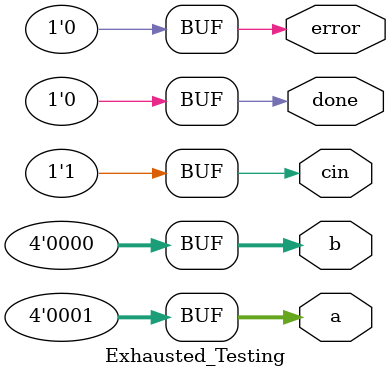
<source format=v>
`timescale 1ns/1ps

module Exhausted_Testing(a, b, cin, error, done);
output [4-1:0] a, b;
output cin;
output error;
output done;

// input signal to the test instance.
reg [4-1:0] a = 4'b0000;
reg [4-1:0] b = 4'b0000;
reg cin = 1'b0;

// initial value for the done and error indicator: not done, no error
reg done = 1'b0;
reg error = 1'b0;


// output from the test instance.
wire [4-1:0] sum;
wire cout;

// instantiate the test instance.
Ripple_Carry_Adder rca(
    .a (a), 
    .b (b), 
    .cin (cin),
    .cout (cout),
    .sum (sum)
);

initial begin
    // design you test pattern here.
    // Remember to set the input pattern to the test instance every 5 nanasecond
    // Check the output and set the `error` signal accordingly 1 nanosecond after new input is set.
    // Also set the done signal to 1'b1 5 nanoseconds after the test is finished.
    // Example:
    // setting the input
    // a = 4'b0000;
    // b = 4'b0000;
    // cin = 1'b0;
    // check the output
    // #1
    // check_output;
    // #4
    // setting another input
    // a = 4'b0001;
    // b = 4'b0000;
    // cin = 1'b0;
    //.....
    // #4
    // The last input pattern
    // a = 4'b1111;
    // b = 4'b1111;
    // cin = 1'b1;
    // #1
    // check_output;
    // #4
    // setting the done signal
    // done = 1'b1;

    a = 4'b0000;
    b = 4'b0000;
    cin = 1'b0;

    //==============================  0+0 ~ 15+15 ~ 0+0
    repeat (16) begin
        #1
        if (sum !== a + b + cin) 
            error = 1'b1;
        else
            error = 1'b0;

        #4
        a = a + 4'b0001;
        b = b + 4'b0001;
    end
    #1
    if (sum !== a + b + cin) 
        error = 1'b1;
    else 
        error = 1'b0;
    //==============================


    //============================== 0+1 ~ 15+1 ~ 0+1
    #4
    a = 4'b0000;
    b = 4'b0001;
    repeat (16) begin
        #1
        if (sum !== a + b + cin) 
            error = 1'b1;
        else
            error = 1'b0;

        #4
        a = a + 4'b0001;
    end
    #1
    if (sum !== a + b + cin) 
        error = 1'b1;
    else 
        error = 1'b0;
    //==============================


    //==============================  1+0 ~ 1+15 ~ 1+0
    #4
    a = 4'b0001;
    b = 4'b0000;
    repeat (16) begin
        #1
        if (sum !== a + b + cin) 
            error = 1'b1;
        else
            error = 1'b0;

        #4
        b = b + 4'b0001;
    end
    #1
        if (sum !== a + b) 
            error = 1'b1;
        else
            error = 1'b0;
    //==============================


    //==============================  0+0+1 ~ 15+15+1 ~ 0+0+1
    #4
    a = 4'b0000;
    b = 4'b0000;
    cin = 1'b1;
    repeat (16) begin
        #1
        if (sum !== a + b + cin)
            error = 1'b1;
        else
            error = 1'b0;

        #4
        a = a + 4'b0001;
        b = b + 4'b0001;
    end
    #1
        if (sum !== a + b + cin)
            error = 1'b1;
        else
            error = 1'b0;
    //==============================


    //==============================  0+1+1 ~ 15+1+1 ~ 0+1+1
    #4
    a = 4'b0000;
    b = 4'b0001;
    repeat (16) begin
        #1
        if (sum !== a + b + cin) 
            error = 1'b1;
        else
            error = 1'b0;

        #4
        a = a + 4'b0001;
    end
    #1
    if (sum !== a + b + cin) 
        error = 1'b1;
    else 
        error = 1'b0;
    //==============================


    //==============================  1+0+1 ~ 1+15+1 ~ 1+0+1
    #4
    a = 4'b0001;
    b = 4'b0000;
    repeat (16) begin
        #1
        if (sum !== a + b + cin) 
            error = 1'b1;
        else
            error = 1'b0;

        #4
        b = b + 4'b0001;
    end
    #1
        if (sum !== a + b) 
            error = 1'b1;
        else
            error = 1'b0;
    //==============================

    #4
    done = 1'b1;

    #10
    done = 1'b0;
end

endmodule

</source>
